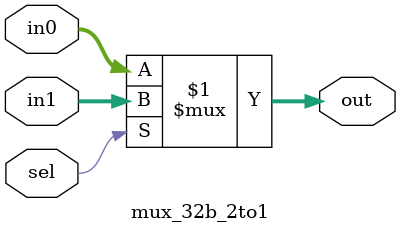
<source format=v>
`timescale 1ns/100ps

module mux_32b_2to1(
    input [31:0] in0, // First input
    input [31:0] in1, // Second input
    input sel,        // Select signal
    output [31:0] out // Output
);

    assign #1 out = (sel) ? in1 : in0; // Select between in0 and in1 based on sel
endmodule



</source>
